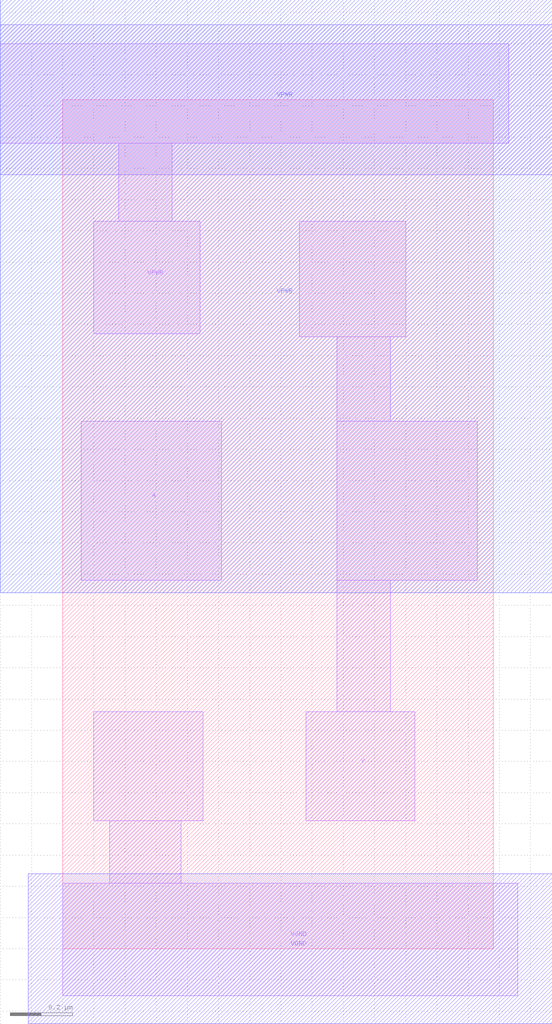
<source format=lef>
VERSION 5.7 ;
  NOWIREEXTENSIONATPIN ON ;
  DIVIDERCHAR "/" ;
  BUSBITCHARS "[]" ;
MACRO sky130_cnav_inv
  CLASS CORE ;
  FOREIGN sky130_cnav_inv ;
  ORIGIN 0.000 0.000 ;
  SIZE 1.380 BY 2.720 ;
  SITE unithd ;
  PIN A
    DIRECTION INPUT ;
    USE SIGNAL ;
    ANTENNAGATEAREA 0.165600 ;
    PORT
      LAYER li1 ;
        RECT 0.060 1.180 0.510 1.690 ;
    END
  END A
  PIN Y
    DIRECTION OUTPUT ;
    USE SIGNAL ;
    ANTENNADIFFAREA 0.287800 ;
    PORT
      LAYER li1 ;
        RECT 0.760 1.960 1.100 2.330 ;
        RECT 0.880 1.690 1.050 1.960 ;
        RECT 0.880 1.180 1.330 1.690 ;
        RECT 0.880 0.760 1.050 1.180 ;
        RECT 0.780 0.410 1.130 0.760 ;
    END
  END Y
  PIN VPWR
    DIRECTION INOUT ;
    USE POWER ;
    PORT
      LAYER nwell ;
        RECT -0.200 1.140 1.570 3.040 ;
      LAYER li1 ;
        RECT -0.200 2.580 1.430 2.900 ;
        RECT 0.180 2.330 0.350 2.580 ;
        RECT 0.100 1.970 0.440 2.330 ;
      LAYER met1 ;
        RECT -0.200 2.480 1.570 2.960 ;
    END
  END VPWR
  PIN VGND
    DIRECTION INOUT ;
    USE GROUND ;
    PORT
      LAYER li1 ;
        RECT 0.100 0.410 0.450 0.760 ;
        RECT 0.150 0.210 0.380 0.410 ;
        RECT 0.000 -0.150 1.460 0.210 ;
      LAYER met1 ;
        RECT -0.110 -0.240 1.570 0.240 ;
    END
  END VGND
END sky130_cnav_inv
END LIBRARY


</source>
